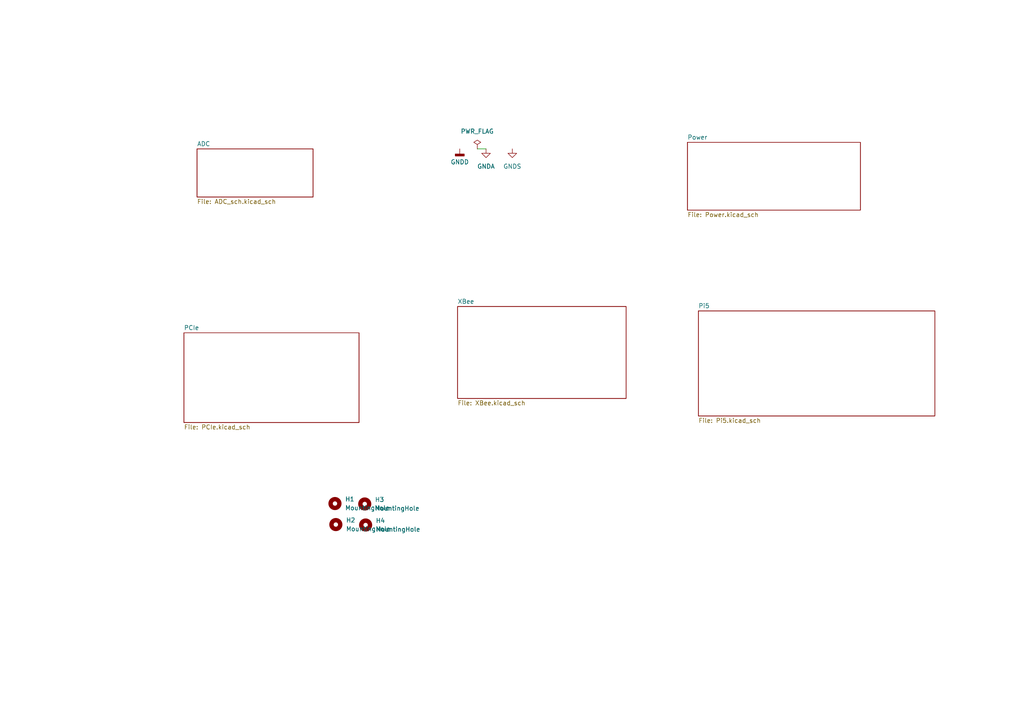
<source format=kicad_sch>
(kicad_sch (version 20230121) (generator eeschema)
  (paper "A4")
  (lib_symbols
    (symbol "Mechanical:MountingHole" (pin_names (offset 1.016))
      (property "Reference" "H" (at 0 5.08 0))
      (property "Value" "MountingHole" (at 0 3.175 0))
      (symbol "MountingHole_0_1"
        (circle (center 0 0) (radius 1.27) (stroke (width 1.27)))
      )
    )
    (symbol "power:GNDA" (power) (pin_names (offset 0))
      (property "Value" "GNDA" (at 0 -3.81 0))
      (symbol "GNDA_0_1"
        (polyline (pts (xy 0 0) (xy 0 -1.27) (xy 1.27 -1.27) (xy 0 -2.54) (xy -1.27 -1.27) (xy 0 -1.27)))
      )
      (symbol "GNDA_1_1"
        (pin power_in line (at 0 0 270) (length 0) hide (name "GNDA") (number "1"))
      )
    )
    (symbol "power:GNDD" (power) (pin_names (offset 0))
      (property "Value" "GNDD" (at 0 -3.175 0))
      (symbol "GNDD_0_1"
        (rectangle (start -1.27 -1.524) (end 1.27 -2.032) (stroke (width 0.254)) (fill (type outline)))
        (polyline (pts (xy 0 0) (xy 0 -1.524)))
      )
      (symbol "GNDD_1_1"
        (pin power_in line (at 0 0 270) (length 0) hide (name "GNDD") (number "1"))
      )
    )
    (symbol "power:GNDS" (power) (pin_names (offset 0))
      (property "Value" "GNDS" (at 0 -3.81 0))
      (symbol "GNDS_0_1"
        (polyline (pts (xy 0 0) (xy 0 -1.27) (xy 1.27 -1.27) (xy 0 -2.54) (xy -1.27 -1.27) (xy 0 -1.27)))
      )
      (symbol "GNDS_1_1"
        (pin power_in line (at 0 0 270) (length 0) hide (name "GNDS") (number "1"))
      )
    )
    (symbol "power:PWR_FLAG" (power) (pin_numbers hide) (pin_names (offset 0) hide)
      (property "Value" "PWR_FLAG" (at 0 3.81 0))
      (symbol "PWR_FLAG_0_0"
        (pin power_out line (at 0 0 90) (length 0) (name "pwr") (number "1"))
      )
      (symbol "PWR_FLAG_0_1"
        (polyline (pts (xy 0 0) (xy 0 1.27) (xy -1.016 1.905) (xy 0 2.54) (xy 1.016 1.905) (xy 0 1.27)))
      )
    )
  )
  (wire (pts (xy 138.43 43.18) (xy 140.97 43.18)))
  (symbol (lib_id "Mechanical:MountingHole") (at 106.045 152.273 0) (unit 1)
    (property "Reference" "H4" (at 108.966 151.003 0) (effects (justify left)))
    (property "Value" "MountingHole" (at 108.966 153.543 0) (effects (justify left)))
    (property "Footprint" "MountingHole:MountingHole_2.5mm" (effects hide))
  )
  (symbol (lib_id "power:GNDS") (at 148.59 43.18 0) (unit 1)
    (property "Reference" "#PWR073" (effects hide))
    (property "Value" "GNDS" (at 148.59 48.26 0))
  )
  (symbol (lib_id "power:PWR_FLAG") (at 138.43 43.18 0) (unit 1)
    (property "Reference" "#FLG02" (effects hide))
    (property "Value" "PWR_FLAG" (at 138.43 38.1 0))
  )
  (symbol (lib_id "Mechanical:MountingHole") (at 105.791 146.177 0) (unit 1)
    (property "Reference" "H3" (at 108.712 144.907 0) (effects (justify left)))
    (property "Value" "MountingHole" (at 108.712 147.447 0) (effects (justify left)))
    (property "Footprint" "MountingHole:MountingHole_2.5mm" (effects hide))
  )
  (symbol (lib_id "power:GNDA") (at 140.97 43.18 0) (unit 1)
    (property "Reference" "#PWR071" (effects hide))
    (property "Value" "GNDA" (at 140.97 48.26 0))
  )
  (symbol (lib_id "Mechanical:MountingHole") (at 97.155 146.05 0) (unit 1)
    (property "Reference" "H1" (at 100.076 144.78 0) (effects (justify left)))
    (property "Value" "MountingHole" (at 100.076 147.32 0) (effects (justify left)))
    (property "Footprint" "MountingHole:MountingHole_2.5mm" (effects hide))
  )
  (symbol (lib_id "power:GNDD") (at 133.35 43.18 0) (unit 1)
    (property "Reference" "#PWR062" (effects hide))
    (property "Value" "GNDD" (at 133.35 46.99 0))
  )
  (symbol (lib_id "Mechanical:MountingHole") (at 97.409 152.146 0) (unit 1)
    (property "Reference" "H2" (at 100.33 150.876 0) (effects (justify left)))
    (property "Value" "MountingHole" (at 100.33 153.416 0) (effects (justify left)))
    (property "Footprint" "MountingHole:MountingHole_2.5mm" (effects hide))
  )
  (sheet (at 202.565 90.17) (size 68.58 30.48) (stroke (width 0.1524))
    (property "Sheetname" "Pi5" (at 202.565 89.4584 0) (effects (justify left bottom)))
    (property "Sheetfile" "Pi5.kicad_sch" (at 202.565 121.2346 0) (effects (justify left top)))
  )
  (sheet (at 132.715 88.9) (size 48.895 26.67) (stroke (width 0.1524))
    (property "Sheetname" "XBee" (at 132.715 88.1884 0) (effects (justify left bottom)))
    (property "Sheetfile" "XBee.kicad_sch" (at 132.715 116.1546 0) (effects (justify left top)))
  )
  (sheet (at 53.34 96.52) (size 50.8 26.035) (stroke (width 0.1524))
    (property "Sheetname" "PCIe" (at 53.34 95.8084 0) (effects (justify left bottom)))
    (property "Sheetfile" "PCIe.kicad_sch" (at 53.34 123.1396 0) (effects (justify left top)))
  )
  (sheet (at 57.15 43.18) (size 33.655 13.97) (stroke (width 0.1524))
    (property "Sheetname" "ADC" (at 57.15 42.4684 0) (effects (justify left bottom)))
    (property "Sheetfile" "ADC_sch.kicad_sch" (at 57.15 57.7346 0) (effects (justify left top)))
  )
  (sheet (at 199.39 41.275) (size 50.165 19.685) (stroke (width 0.1524))
    (property "Sheetname" "Power" (at 199.39 40.5634 0) (effects (justify left bottom)))
    (property "Sheetfile" "Power.kicad_sch" (at 199.39 61.5446 0) (effects (justify left top)))
  )
)
</source>
